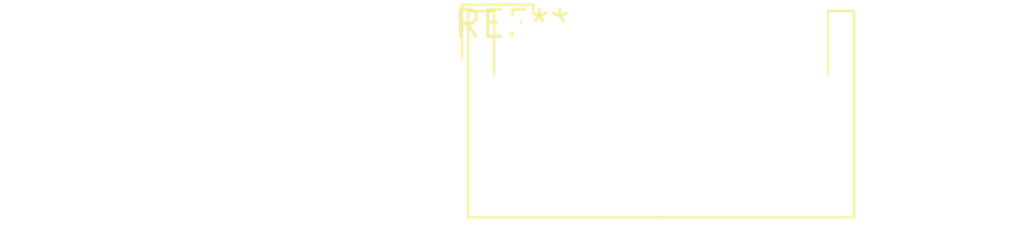
<source format=kicad_pcb>
(kicad_pcb (version 20240108) (generator pcbnew)
  (layers (0 "F.Cu" signal) (31 "B.Cu" signal) (34 "B.Paste" user) (35 "F.Paste" user) (36 "B.SilkS" user "B.Silkscreen") (37 "F.SilkS" user "F.Silkscreen") (38 "B.Mask" user) (39 "F.Mask" user) (44 "Edge.Cuts" user))
  (net 0 "")
  (footprint "JST_PHD_S16B-PHDSS_2x08_P2.00mm_Horizontal" (layer "F.Cu") (at 0 0)
    (property "Reference" "REF**")
    (property "Value" "JST_PHD_S16B-PHDSS_2x08_P2.00mm_Horizontal")
    (fp_line (start -2.36 -0.91) (end -2.36 1.59) (layer "F.SilkS") (stroke (width 0.12)))
    (fp_line (start -2.06 -0.61) (end -2.06 9.11) (layer "F.SilkS") (stroke (width 0.12)))
    (fp_line (start -2.06 9.11) (end 7 9.11) (layer "F.SilkS") (stroke (width 0.12)))
    (fp_line (start -0.84 -0.61) (end -2.06 -0.61) (layer "F.SilkS") (stroke (width 0.12)))
    (fp_line (start -0.84 2.39) (end -0.84 -0.61) (layer "F.SilkS") (stroke (width 0.12)))
    (fp_line (start 1 -0.91) (end -2.36 -0.91) (layer "F.SilkS") (stroke (width 0.12)))
    (fp_line (start 1 -0.66) (end 1 -0.91) (layer "F.SilkS") (stroke (width 0.12)))
    (fp_line (start 14.84 -0.61) (end 16.06 -0.61) (layer "F.SilkS") (stroke (width 0.12)))
    (fp_line (start 14.84 2.39) (end 14.84 -0.61) (layer "F.SilkS") (stroke (width 0.12)))
    (fp_line (start 16.06 -0.61) (end 16.06 9.11) (layer "F.SilkS") (stroke (width 0.12)))
    (fp_line (start 16.06 9.11) (end 7 9.11) (layer "F.SilkS") (stroke (width 0.12)))
    (pad "1" thru_hole roundrect (at 0 0) (size 1.2 1.2) (drill 0.75) (layers *.Cu *.Mask) (remove_unused_layers) (roundrect_rratio 0.208333))
    (pad "2" thru_hole circle (at 0 2) (size 1.2 1.2) (drill 0.75) (layers *.Cu *.Mask) (remove_unused_layers))
    (pad "3" thru_hole circle (at 2 0) (size 1.2 1.2) (drill 0.75) (layers *.Cu *.Mask) (remove_unused_layers))
    (pad "4" thru_hole circle (at 2 2) (size 1.2 1.2) (drill 0.75) (layers *.Cu *.Mask) (remove_unused_layers))
    (pad "5" thru_hole circle (at 4 0) (size 1.2 1.2) (drill 0.75) (layers *.Cu *.Mask) (remove_unused_layers))
    (pad "6" thru_hole circle (at 4 2) (size 1.2 1.2) (drill 0.75) (layers *.Cu *.Mask) (remove_unused_layers))
    (pad "7" thru_hole circle (at 6 0) (size 1.2 1.2) (drill 0.75) (layers *.Cu *.Mask) (remove_unused_layers))
    (pad "8" thru_hole circle (at 6 2) (size 1.2 1.2) (drill 0.75) (layers *.Cu *.Mask) (remove_unused_layers))
    (pad "9" thru_hole circle (at 8 0) (size 1.2 1.2) (drill 0.75) (layers *.Cu *.Mask) (remove_unused_layers))
    (pad "10" thru_hole circle (at 8 2) (size 1.2 1.2) (drill 0.75) (layers *.Cu *.Mask) (remove_unused_layers))
    (pad "11" thru_hole circle (at 10 0) (size 1.2 1.2) (drill 0.75) (layers *.Cu *.Mask) (remove_unused_layers))
    (pad "12" thru_hole circle (at 10 2) (size 1.2 1.2) (drill 0.75) (layers *.Cu *.Mask) (remove_unused_layers))
    (pad "13" thru_hole circle (at 12 0) (size 1.2 1.2) (drill 0.75) (layers *.Cu *.Mask) (remove_unused_layers))
    (pad "14" thru_hole circle (at 12 2) (size 1.2 1.2) (drill 0.75) (layers *.Cu *.Mask) (remove_unused_layers))
    (pad "15" thru_hole circle (at 14 0) (size 1.2 1.2) (drill 0.75) (layers *.Cu *.Mask) (remove_unused_layers))
    (pad "16" thru_hole circle (at 14 2) (size 1.2 1.2) (drill 0.75) (layers *.Cu *.Mask) (remove_unused_layers))
  )
)
</source>
